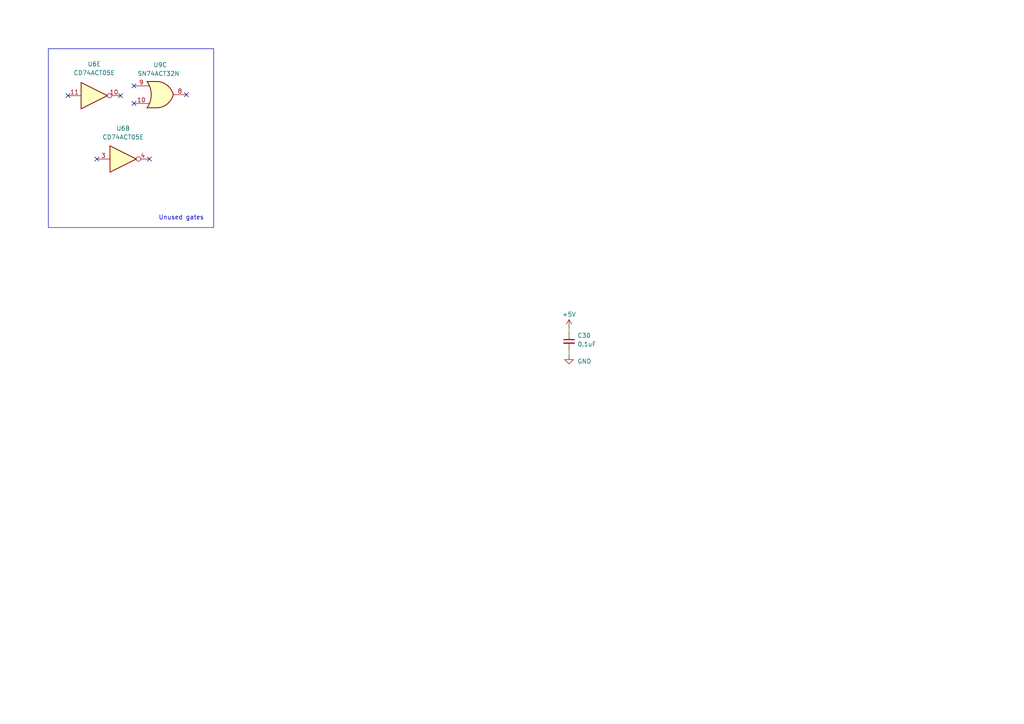
<source format=kicad_sch>
(kicad_sch (version 20230121) (generator eeschema)
  (paper "A4")
  (lib_symbols
    (symbol "74xx:74LS05" (pin_names (offset 1.016))
      (property "Reference" "U" (at 0 1.27 0))
      (property "Value" "74LS05" (at 0 -1.27 0))
      (symbol "74LS05_1_0"
        (polyline (pts (xy -3.81 3.81) (xy -3.81 -3.81) (xy 3.81 0) (xy -3.81 3.81)) (stroke (width 0.254)) (fill (type background)))
        (pin input line (at -7.62 0 0) (length 3.81) (name "~") (number "1"))
        (pin open_collector inverted (at 7.62 0 180) (length 3.81) (name "~") (number "2"))
      )
      (symbol "74LS05_2_0"
        (polyline (pts (xy -3.81 3.81) (xy -3.81 -3.81) (xy 3.81 0) (xy -3.81 3.81)) (stroke (width 0.254)) (fill (type background)))
        (pin input line (at -7.62 0 0) (length 3.81) (name "~") (number "3"))
        (pin open_collector inverted (at 7.62 0 180) (length 3.81) (name "~") (number "4"))
      )
      (symbol "74LS05_3_0"
        (polyline (pts (xy -3.81 3.81) (xy -3.81 -3.81) (xy 3.81 0) (xy -3.81 3.81)) (stroke (width 0.254)) (fill (type background)))
        (pin input line (at -7.62 0 0) (length 3.81) (name "~") (number "5"))
        (pin open_collector inverted (at 7.62 0 180) (length 3.81) (name "~") (number "6"))
      )
      (symbol "74LS05_4_0"
        (polyline (pts (xy -3.81 3.81) (xy -3.81 -3.81) (xy 3.81 0) (xy -3.81 3.81)) (stroke (width 0.254)) (fill (type background)))
        (pin open_collector inverted (at 7.62 0 180) (length 3.81) (name "~") (number "8"))
        (pin input line (at -7.62 0 0) (length 3.81) (name "~") (number "9"))
      )
      (symbol "74LS05_5_0"
        (polyline (pts (xy -3.81 3.81) (xy -3.81 -3.81) (xy 3.81 0) (xy -3.81 3.81)) (stroke (width 0.254)) (fill (type background)))
        (pin open_collector inverted (at 7.62 0 180) (length 3.81) (name "~") (number "10"))
        (pin input line (at -7.62 0 0) (length 3.81) (name "~") (number "11"))
      )
      (symbol "74LS05_6_0"
        (polyline (pts (xy -3.81 3.81) (xy -3.81 -3.81) (xy 3.81 0) (xy -3.81 3.81)) (stroke (width 0.254)) (fill (type background)))
        (pin open_collector inverted (at 7.62 0 180) (length 3.81) (name "~") (number "12"))
        (pin input line (at -7.62 0 0) (length 3.81) (name "~") (number "13"))
      )
      (symbol "74LS05_7_0"
        (pin power_in line (at 0 12.7 270) (length 5.08) (name "VCC") (number "14"))
        (pin power_in line (at 0 -12.7 90) (length 5.08) (name "GND") (number "7"))
      )
      (symbol "74LS05_7_1"
        (rectangle (start -5.08 7.62) (end 5.08 -7.62) (stroke (width 0.254)) (fill (type background)))
      )
    )
    (symbol "74xx:74LS32" (pin_names (offset 1.016))
      (property "Reference" "U" (at 0 1.27 0))
      (property "Value" "74LS32" (at 0 -1.27 0))
      (symbol "74LS32_1_1"
        (arc (start -3.81 -3.81) (mid -2.589 0) (end -3.81 3.81) (stroke (width 0.254)))
        (arc (start -0.6096 -3.81) (mid 2.1842 -2.5851) (end 3.81 0) (stroke (width 0.254)) (fill (type background)))
        (polyline (pts (xy -3.81 -3.81) (xy -0.635 -3.81)) (stroke (width 0.254)) (fill (type background)))
        (polyline (pts (xy -3.81 3.81) (xy -0.635 3.81)) (stroke (width 0.254)) (fill (type background)))
        (polyline (pts (xy -0.635 3.81) (xy -3.81 3.81) (xy -3.81 3.81) (xy -3.556 3.4036) (xy -3.0226 2.2606) (xy -2.6924 1.0414) (xy -2.6162 -0.254) (xy -2.7686 -1.4986) (xy -3.175 -2.7178) (xy -3.81 -3.81) (xy -3.81 -3.81) (xy -0.635 -3.81)) (stroke (width -25.4)) (fill (type background)))
        (arc (start 3.81 0) (mid 2.1915 2.5936) (end -0.6096 3.81) (stroke (width 0.254)) (fill (type background)))
        (pin input line (at -7.62 2.54 0) (length 4.318) (name "~") (number "1"))
        (pin input line (at -7.62 -2.54 0) (length 4.318) (name "~") (number "2"))
        (pin output line (at 7.62 0 180) (length 3.81) (name "~") (number "3"))
      )
      (symbol "74LS32_1_2"
        (arc (start 0 -3.81) (mid 3.7934 0) (end 0 3.81) (stroke (width 0.254)) (fill (type background)))
        (polyline (pts (xy 0 3.81) (xy -3.81 3.81) (xy -3.81 -3.81) (xy 0 -3.81)) (stroke (width 0.254)) (fill (type background)))
        (pin input inverted (at -7.62 2.54 0) (length 3.81) (name "~") (number "1"))
        (pin input inverted (at -7.62 -2.54 0) (length 3.81) (name "~") (number "2"))
        (pin output inverted (at 7.62 0 180) (length 3.81) (name "~") (number "3"))
      )
      (symbol "74LS32_2_1"
        (arc (start -3.81 -3.81) (mid -2.589 0) (end -3.81 3.81) (stroke (width 0.254)))
        (arc (start -0.6096 -3.81) (mid 2.1842 -2.5851) (end 3.81 0) (stroke (width 0.254)) (fill (type background)))
        (polyline (pts (xy -3.81 -3.81) (xy -0.635 -3.81)) (stroke (width 0.254)) (fill (type background)))
        (polyline (pts (xy -3.81 3.81) (xy -0.635 3.81)) (stroke (width 0.254)) (fill (type background)))
        (polyline (pts (xy -0.635 3.81) (xy -3.81 3.81) (xy -3.81 3.81) (xy -3.556 3.4036) (xy -3.0226 2.2606) (xy -2.6924 1.0414) (xy -2.6162 -0.254) (xy -2.7686 -1.4986) (xy -3.175 -2.7178) (xy -3.81 -3.81) (xy -3.81 -3.81) (xy -0.635 -3.81)) (stroke (width -25.4)) (fill (type background)))
        (arc (start 3.81 0) (mid 2.1915 2.5936) (end -0.6096 3.81) (stroke (width 0.254)) (fill (type background)))
        (pin input line (at -7.62 2.54 0) (length 4.318) (name "~") (number "4"))
        (pin input line (at -7.62 -2.54 0) (length 4.318) (name "~") (number "5"))
        (pin output line (at 7.62 0 180) (length 3.81) (name "~") (number "6"))
      )
      (symbol "74LS32_2_2"
        (arc (start 0 -3.81) (mid 3.7934 0) (end 0 3.81) (stroke (width 0.254)) (fill (type background)))
        (polyline (pts (xy 0 3.81) (xy -3.81 3.81) (xy -3.81 -3.81) (xy 0 -3.81)) (stroke (width 0.254)) (fill (type background)))
        (pin input inverted (at -7.62 2.54 0) (length 3.81) (name "~") (number "4"))
        (pin input inverted (at -7.62 -2.54 0) (length 3.81) (name "~") (number "5"))
        (pin output inverted (at 7.62 0 180) (length 3.81) (name "~") (number "6"))
      )
      (symbol "74LS32_3_1"
        (arc (start -3.81 -3.81) (mid -2.589 0) (end -3.81 3.81) (stroke (width 0.254)))
        (arc (start -0.6096 -3.81) (mid 2.1842 -2.5851) (end 3.81 0) (stroke (width 0.254)) (fill (type background)))
        (polyline (pts (xy -3.81 -3.81) (xy -0.635 -3.81)) (stroke (width 0.254)) (fill (type background)))
        (polyline (pts (xy -3.81 3.81) (xy -0.635 3.81)) (stroke (width 0.254)) (fill (type background)))
        (polyline (pts (xy -0.635 3.81) (xy -3.81 3.81) (xy -3.81 3.81) (xy -3.556 3.4036) (xy -3.0226 2.2606) (xy -2.6924 1.0414) (xy -2.6162 -0.254) (xy -2.7686 -1.4986) (xy -3.175 -2.7178) (xy -3.81 -3.81) (xy -3.81 -3.81) (xy -0.635 -3.81)) (stroke (width -25.4)) (fill (type background)))
        (arc (start 3.81 0) (mid 2.1915 2.5936) (end -0.6096 3.81) (stroke (width 0.254)) (fill (type background)))
        (pin input line (at -7.62 -2.54 0) (length 4.318) (name "~") (number "10"))
        (pin output line (at 7.62 0 180) (length 3.81) (name "~") (number "8"))
        (pin input line (at -7.62 2.54 0) (length 4.318) (name "~") (number "9"))
      )
      (symbol "74LS32_3_2"
        (arc (start 0 -3.81) (mid 3.7934 0) (end 0 3.81) (stroke (width 0.254)) (fill (type background)))
        (polyline (pts (xy 0 3.81) (xy -3.81 3.81) (xy -3.81 -3.81) (xy 0 -3.81)) (stroke (width 0.254)) (fill (type background)))
        (pin input inverted (at -7.62 -2.54 0) (length 3.81) (name "~") (number "10"))
        (pin output inverted (at 7.62 0 180) (length 3.81) (name "~") (number "8"))
        (pin input inverted (at -7.62 2.54 0) (length 3.81) (name "~") (number "9"))
      )
      (symbol "74LS32_4_1"
        (arc (start -3.81 -3.81) (mid -2.589 0) (end -3.81 3.81) (stroke (width 0.254)))
        (arc (start -0.6096 -3.81) (mid 2.1842 -2.5851) (end 3.81 0) (stroke (width 0.254)) (fill (type background)))
        (polyline (pts (xy -3.81 -3.81) (xy -0.635 -3.81)) (stroke (width 0.254)) (fill (type background)))
        (polyline (pts (xy -3.81 3.81) (xy -0.635 3.81)) (stroke (width 0.254)) (fill (type background)))
        (polyline (pts (xy -0.635 3.81) (xy -3.81 3.81) (xy -3.81 3.81) (xy -3.556 3.4036) (xy -3.0226 2.2606) (xy -2.6924 1.0414) (xy -2.6162 -0.254) (xy -2.7686 -1.4986) (xy -3.175 -2.7178) (xy -3.81 -3.81) (xy -3.81 -3.81) (xy -0.635 -3.81)) (stroke (width -25.4)) (fill (type background)))
        (arc (start 3.81 0) (mid 2.1915 2.5936) (end -0.6096 3.81) (stroke (width 0.254)) (fill (type background)))
        (pin output line (at 7.62 0 180) (length 3.81) (name "~") (number "11"))
        (pin input line (at -7.62 2.54 0) (length 4.318) (name "~") (number "12"))
        (pin input line (at -7.62 -2.54 0) (length 4.318) (name "~") (number "13"))
      )
      (symbol "74LS32_4_2"
        (arc (start 0 -3.81) (mid 3.7934 0) (end 0 3.81) (stroke (width 0.254)) (fill (type background)))
        (polyline (pts (xy 0 3.81) (xy -3.81 3.81) (xy -3.81 -3.81) (xy 0 -3.81)) (stroke (width 0.254)) (fill (type background)))
        (pin output inverted (at 7.62 0 180) (length 3.81) (name "~") (number "11"))
        (pin input inverted (at -7.62 2.54 0) (length 3.81) (name "~") (number "12"))
        (pin input inverted (at -7.62 -2.54 0) (length 3.81) (name "~") (number "13"))
      )
      (symbol "74LS32_5_0"
        (pin power_in line (at 0 12.7 270) (length 5.08) (name "VCC") (number "14"))
        (pin power_in line (at 0 -12.7 90) (length 5.08) (name "GND") (number "7"))
      )
      (symbol "74LS32_5_1"
        (rectangle (start -5.08 7.62) (end 5.08 -7.62) (stroke (width 0.254)) (fill (type background)))
      )
    )
    (symbol "Device:C_Small" (pin_numbers hide) (pin_names (offset 0.254) hide)
      (property "Reference" "C" (at 0.254 1.778 0))
      (property "Value" "C_Small" (at 0.254 -2.032 0))
      (symbol "C_Small_0_1"
        (polyline (pts (xy -1.524 -0.508) (xy 1.524 -0.508)) (stroke (width 0.3302)))
        (polyline (pts (xy -1.524 0.508) (xy 1.524 0.508)) (stroke (width 0.3048)))
      )
      (symbol "C_Small_1_1"
        (pin passive line (at 0 2.54 270) (length 2.032) (name "~") (number "1"))
        (pin passive line (at 0 -2.54 90) (length 2.032) (name "~") (number "2"))
      )
    )
    (symbol "power:+5V" (power) (pin_names (offset 0))
      (property "Value" "+5V" (at 0 3.556 0))
      (symbol "+5V_0_1"
        (polyline (pts (xy -0.762 1.27) (xy 0 2.54)))
        (polyline (pts (xy 0 0) (xy 0 2.54)))
        (polyline (pts (xy 0 2.54) (xy 0.762 1.27)))
      )
      (symbol "+5V_1_1"
        (pin power_in line (at 0 0 90) (length 0) hide (name "+5V") (number "1"))
      )
    )
    (symbol "power:GND" (power) (pin_names (offset 0))
      (property "Value" "GND" (at 0 -3.81 0))
      (symbol "GND_0_1"
        (polyline (pts (xy 0 0) (xy 0 -1.27) (xy 1.27 -1.27) (xy 0 -2.54) (xy -1.27 -1.27) (xy 0 -1.27)))
      )
      (symbol "GND_1_1"
        (pin power_in line (at 0 0 270) (length 0) hide (name "GND") (number "1"))
      )
    )
  )
  (no_connect (at 38.8366 29.9974))
  (no_connect (at 34.9504 27.7368))
  (no_connect (at 19.7104 27.7368))
  (no_connect (at 38.8366 24.9174))
  (no_connect (at 28.0924 46.1264))
  (no_connect (at 54.0766 27.4574))
  (no_connect (at 43.3324 46.1264))
  (wire (pts (xy 165.0492 95.25) (xy 165.0492 96.4692)))
  (wire (pts (xy 165.0492 101.5492) (xy 165.0492 103.0224)))
  (rectangle (start 14.0208 14.1224) (end 61.976 65.9892))
  (text "Unused gates" (at 45.974 63.9572 0) (effects (font (size 1.27 1.27)) (justify left bottom)))
  (symbol (lib_id "Device:C_Small") (at 165.0492 99.0092 0) (unit 1)
    (property "Reference" "C30" (at 167.4622 97.3074 0) (effects (justify left)))
    (property "Value" "0.1uF" (at 167.4622 99.8474 0) (effects (justify left)))
    (property "Footprint" "Capacitor_THT:C_Disc_D5.0mm_W2.5mm_P5.00mm" (effects hide))
  )
  (symbol (lib_id "power:GND") (at 165.0492 103.0224 0) (unit 1)
    (property "Reference" "#PWR0133" (effects hide))
    (property "Value" "GND" (at 169.4942 104.8004 0))
  )
  (symbol (lib_id "74xx:74LS32") (at 46.4566 27.4574 0) (unit 3)
    (property "Reference" "U9" (at 46.4566 18.8214 0))
    (property "Value" "SN74ACT32N " (at 46.4566 21.3614 0))
    (property "Footprint" "Package_DIP:DIP-14_W7.62mm" (effects hide))
    (property "Datasheet" "http://www.ti.com/lit/gpn/sn74LS32" (effects hide))
  )
  (symbol (lib_id "power:+5V") (at 165.0492 95.25 0) (unit 1)
    (property "Reference" "#PWR0132" (effects hide))
    (property "Value" "+5V" (at 165.0492 91.186 0))
    (instances (project "MicroSci Floppy Controller" (path "" (reference "#PWR0132") (unit 1)) (path "" (reference "#PWR0132") (unit 1))) (project "Sequential Systems Q-Print" (path "" (reference "#PWR09") (unit 1))))
  )
  (symbol (lib_id "74xx:74LS05") (at 27.3304 27.7368 0) (unit 5)
    (property "Reference" "U6" (at 27.3304 18.5928 0))
    (property "Value" "CD74ACT05E" (at 27.3304 21.1328 0))
    (property "Footprint" "Package_DIP:DIP-14_W7.62mm" (effects hide))
    (property "Datasheet" "http://www.ti.com/lit/gpn/sn74LS05" (effects hide))
  )
  (symbol (lib_id "74xx:74LS05") (at 35.7124 46.1264 0) (unit 2)
    (property "Reference" "U6" (at 35.7124 37.2364 0))
    (property "Value" "CD74ACT05E" (at 35.7124 39.7764 0))
    (property "Footprint" "Package_DIP:DIP-14_W7.62mm" (effects hide))
    (property "Datasheet" "http://www.ti.com/lit/gpn/sn74LS05" (effects hide))
  )
)
</source>
